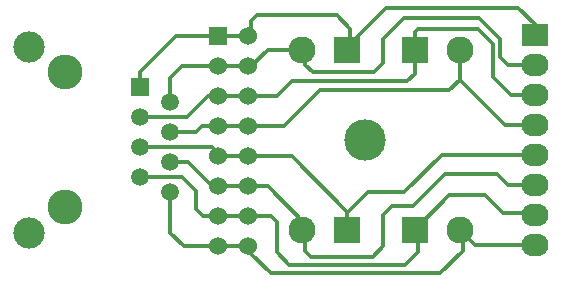
<source format=gtl>
%FSTAX24Y24*%
%MOIN*%
G70*
G01*
G75*
G04 Layer_Physical_Order=1*
G04 Layer_Color=255*
%ADD10C,0.0120*%
%ADD11O,0.0900X0.0750*%
%ADD12R,0.0900X0.0750*%
%ADD13C,0.1380*%
%ADD14C,0.0591*%
%ADD15R,0.0591X0.0591*%
%ADD16C,0.1043*%
%ADD17C,0.1161*%
%ADD18C,0.0600*%
%ADD19R,0.0600X0.0600*%
%ADD20C,0.0902*%
%ADD21R,0.0902X0.0902*%
D10*
X0371Y02925D02*
Y02975D01*
X0383Y03095D01*
X0407D01*
X0408Y03145D02*
X041Y03165D01*
X04365D01*
X0381Y02875D02*
Y02955D01*
X0381Y02955D02*
X0381Y02955D01*
X0381Y02955D02*
X0385Y02995D01*
X03865Y02825D02*
X03935Y02895D01*
X0408D01*
X0371Y02825D02*
X03865D01*
X03915Y02795D02*
X0419D01*
X0371Y02725D02*
X0395D01*
X0398Y02695D01*
X0381Y02775D02*
X03895D01*
X03915Y02795D01*
X0381Y02675D02*
X0387D01*
X0394Y02605D01*
X0397D01*
X0398Y02595D01*
X0381Y0244D02*
Y02575D01*
Y0244D02*
X03855Y02395D01*
X0408D01*
X0371Y02625D02*
X0385D01*
X03895Y0258D01*
Y0252D02*
X0392Y02495D01*
X03895Y0252D02*
Y0258D01*
X0398Y02695D02*
X04215D01*
X0398Y02595D02*
X04135D01*
X0392Y02495D02*
X04145D01*
X04165Y02375D02*
Y02475D01*
X04625Y0245D02*
X0474Y02565D01*
X0486D01*
X0492Y02505D01*
X0502D01*
X05025Y025D01*
X04635Y02375D02*
Y0245D01*
X04825Y024D02*
X05025D01*
X04775Y0245D02*
X04785Y0244D01*
X04825Y024D01*
X04785Y0238D02*
Y0244D01*
X04935Y026D02*
X05025D01*
X049Y02635D02*
X04935Y026D01*
X04725Y02635D02*
X049D01*
X0462Y0253D02*
X04725Y02635D01*
X0455Y0253D02*
X0462D01*
X0452Y025D02*
X0455Y0253D01*
X0452Y02395D02*
Y025D01*
X04145Y02305D02*
X0471D01*
X04785Y0238D01*
X04207Y02333D02*
X04593D01*
X04165Y02375D02*
X04207Y02333D01*
X04593D02*
X04635Y02375D01*
X04485Y0236D02*
X0452Y02395D01*
X0426Y0238D02*
Y0247D01*
Y0238D02*
X0428Y0236D01*
X04485D01*
X0426Y03D02*
Y0305D01*
X0452Y03005D02*
Y03085D01*
X0459Y03155D01*
X0484D01*
X0491Y03085D01*
Y03025D02*
Y03085D01*
Y03025D02*
X04935Y03D01*
X05025D01*
X04135Y0305D02*
X0426D01*
X04365Y03165D02*
X0441Y0312D01*
Y0305D02*
Y0307D01*
X0453Y0319D01*
X0441Y0307D02*
Y0312D01*
X0453Y0319D02*
X0497D01*
X05025Y03135D01*
Y031D02*
Y03135D01*
X04625Y0297D02*
Y0305D01*
Y0311D01*
X04635Y0312D01*
X04835D01*
X04885Y0307D01*
Y0296D02*
Y0307D01*
Y0296D02*
X04945Y029D01*
X05025D01*
X04775Y0295D02*
Y0305D01*
X0459Y02575D02*
X04715Y027D01*
X05025D01*
X04775Y0295D02*
X04925Y028D01*
X05025D01*
X0431Y02915D02*
X0474D01*
X04775Y0295D01*
X046Y02945D02*
X04625Y0297D01*
X04215Y02945D02*
X046D01*
X0426Y03D02*
X04285Y02975D01*
X0449D01*
X0452Y03005D01*
X0408Y03105D02*
Y03145D01*
X0407Y03095D02*
X0408Y03105D01*
Y02995D02*
X04135Y0305D01*
X0407Y02995D02*
X0408D01*
X0385D02*
X0407D01*
X0408Y02895D02*
X04165D01*
X04215Y02945D01*
X0419Y02795D02*
X0431Y02915D01*
X04145Y02495D02*
X04165Y02475D01*
X0408Y0237D02*
X04145Y02305D01*
X0408Y0237D02*
Y02395D01*
X044Y0246D02*
X0441Y0245D01*
X044Y0246D02*
Y0251D01*
X04215Y02695D02*
X044Y0251D01*
X0447Y02575D02*
X0459D01*
X044Y0249D02*
X0441Y0248D01*
X044Y02505D02*
X0447Y02575D01*
X04135Y02595D02*
X0426Y0247D01*
D11*
X05025Y024D02*
D03*
Y026D02*
D03*
Y028D02*
D03*
Y029D02*
D03*
Y03D02*
D03*
Y027D02*
D03*
Y025D02*
D03*
D12*
Y031D02*
D03*
D13*
X0446Y0275D02*
D03*
D14*
X0381Y02575D02*
D03*
Y02875D02*
D03*
X0371Y02625D02*
D03*
X0381Y02675D02*
D03*
Y02775D02*
D03*
X0371Y02725D02*
D03*
Y02825D02*
D03*
D15*
Y02925D02*
D03*
D16*
X0334Y0244D02*
D03*
Y0306D02*
D03*
D17*
X0346Y02975D02*
D03*
Y02525D02*
D03*
D18*
X0407Y03095D02*
D03*
Y02995D02*
D03*
Y02895D02*
D03*
Y02795D02*
D03*
Y02695D02*
D03*
Y02595D02*
D03*
X0397Y02395D02*
D03*
Y02495D02*
D03*
Y02595D02*
D03*
Y02695D02*
D03*
Y02795D02*
D03*
Y02895D02*
D03*
Y02995D02*
D03*
X0407Y02495D02*
D03*
Y02395D02*
D03*
D19*
X0397Y03095D02*
D03*
D20*
X0425Y0305D02*
D03*
X04775D02*
D03*
X0425Y0245D02*
D03*
X04775D02*
D03*
D21*
X044Y0305D02*
D03*
X04625D02*
D03*
X044Y0245D02*
D03*
X04625D02*
D03*
M02*

</source>
